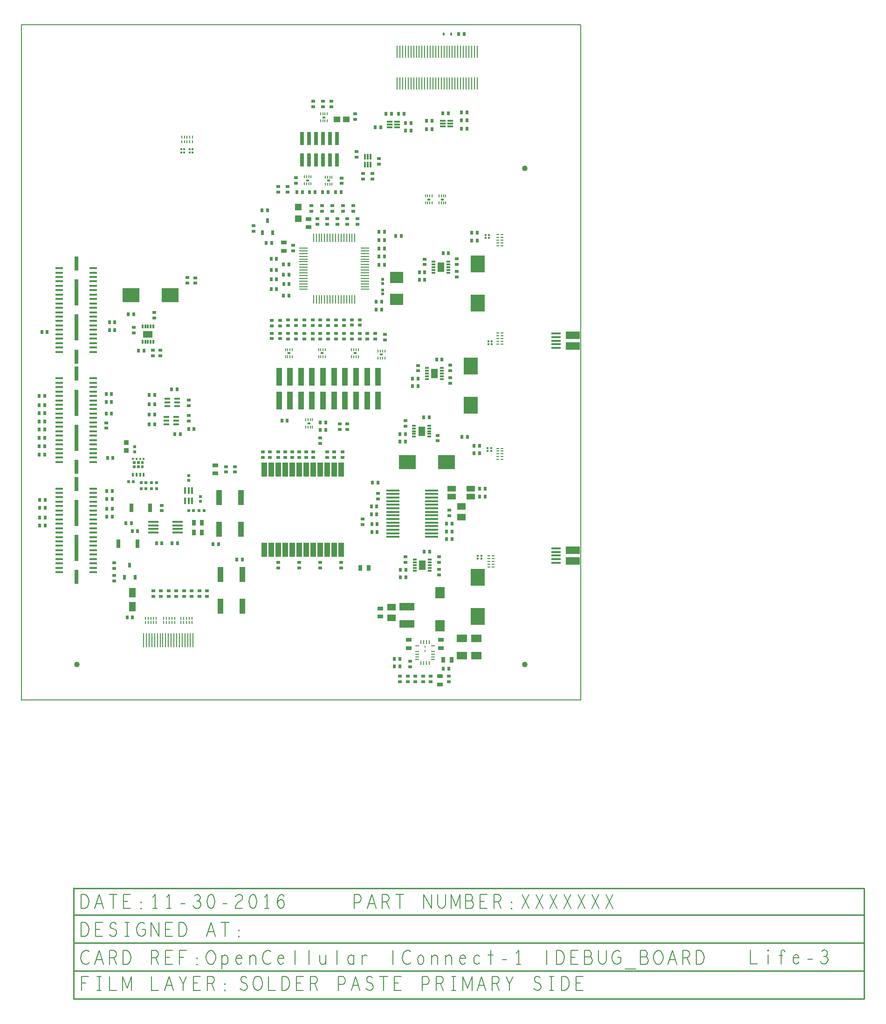
<source format=gbr>
G04 ================== begin FILE IDENTIFICATION RECORD ==================*
G04 Layout Name:  D:/shamshu/Dburg/final/OC_Connect-1_DEBUG_Life-3_final.brd*
G04 Film Name:    sppr.gbr*
G04 File Format:  Gerber RS274X*
G04 File Origin:  Cadence Allegro 16.6-2015-S060*
G04 Origin Date:  Thu Dec 01 02:08:26 2016*
G04 *
G04 Layer:  PACKAGE GEOMETRY/PASTEMASK_TOP*
G04 Layer:  PIN/PASTEMASK_TOP*
G04 Layer:  DRAWING FORMAT/SPPR*
G04 Layer:  DRAWING FORMAT/FILM_LABEL_OUTLINE*
G04 Layer:  BOARD GEOMETRY/OUTLINE*
G04 *
G04 Offset:    (0.000 0.000)*
G04 Mirror:    No*
G04 Mode:      Positive*
G04 Rotation:  0*
G04 FullContactRelief:  No*
G04 UndefLineWidth:     6.000*
G04 ================== end FILE IDENTIFICATION RECORD ====================*
%FSLAX25Y25*MOIN*%
%IR0*IPPOS*OFA0.00000B0.00000*MIA0B0*SFA1.00000B1.00000*%
%ADD17R,.025X.1*%
%ADD50R,.066929X.07874*%
%ADD58R,.010984X.089488*%
%ADD48R,.11X.055*%
%ADD63R,.068898X.015748*%
%ADD35R,.04016X.10315*%
%ADD18R,.025X.185*%
%ADD62R,.019X.008*%
%ADD24R,.008X.019*%
%ADD44R,.008661X.014173*%
%ADD39R,.009843X.061024*%
%ADD38R,.040157X.129921*%
%ADD40R,.061024X.009843*%
%ADD26R,.03937X.108268*%
%ADD45R,.008661X.015748*%
%ADD23R,.12X.1*%
%ADD60R,.1X.12*%
%ADD37R,.008661X.019685*%
%ADD47R,.027559X.009843*%
%ADD46R,.009843X.027559*%
%ADD14R,.03X.024*%
%ADD13R,.03X.06*%
%ADD33R,.012X.025*%
%ADD12R,.024X.03*%
%ADD52R,.025X.012*%
%ADD30R,.04X.015*%
%ADD29R,.017X.05*%
%ADD10R,.05X.07*%
%ADD57R,.039X.012*%
%ADD56R,.012X.039*%
%ADD31R,.043X.028*%
%ADD19R,.038X.032*%
%ADD28R,.028X.043*%
%ADD11C,.04*%
%ADD27R,.075X.015*%
%ADD49R,.059X.051*%
%ADD16R,.057X.018*%
%ADD61R,.075X.055*%
%ADD20R,.02X.02*%
%ADD53R,.095X.018*%
%ADD32R,.069X.048*%
%ADD51R,.048X.069*%
%ADD55R,.094X.079*%
%ADD34R,.011811X.011811*%
%ADD15R,.023622X.033465*%
%ADD36R,.019685X.011811*%
%ADD42R,.045276X.043307*%
%ADD41R,.047244X.047244*%
%ADD64R,.098425X.056102*%
%ADD21R,.016535X.017717*%
%ADD54R,.059055X.03937*%
%ADD22R,.016535X.027559*%
%ADD43R,.029134X.094488*%
%ADD25R,.011X.102*%
%ADD59R,.015748X.019685*%
%ADD65C,.01*%
%ADD66C,.006*%
G75*
%LPD*%
G75*
G36*
G01X79563Y170732D02*
Y168764D01*
X81532D01*
Y170732D01*
X79563D01*
G37*
G36*
G01X82516D02*
Y168764D01*
X84484D01*
Y170732D01*
X82516D01*
G37*
G36*
G01X79563Y167780D02*
Y165811D01*
X81532D01*
Y167780D01*
X79563D01*
G37*
G36*
G01X82516D02*
Y165811D01*
X84484D01*
Y167780D01*
X82516D01*
G37*
G36*
G01X85468Y170732D02*
Y168764D01*
X87437D01*
Y170732D01*
X85468D01*
G37*
G36*
G01Y167780D02*
Y165811D01*
X87437D01*
Y167780D01*
X85468D01*
G37*
G54D10*
X79418Y76800D03*
Y66800D03*
G54D20*
X80000Y156000D03*
X76500D03*
X81000Y177500D03*
Y181000D03*
X130500Y135500D03*
X127000D03*
X128000Y145500D03*
Y142000D03*
X123000Y135500D03*
X119500D03*
X93000Y155500D03*
X96500D03*
X85500D03*
X89000D03*
Y151000D03*
X85500D03*
X119500Y160500D03*
Y157000D03*
X96500Y151000D03*
X93000D03*
X258318Y290422D03*
Y293178D03*
Y300578D03*
Y297822D03*
G54D11*
X39718Y25300D03*
X360000D03*
Y380000D03*
G54D21*
X79661Y172504D03*
X82221D03*
X84780D03*
X87339D03*
G54D30*
X110718Y202300D03*
Y199740D03*
Y197180D03*
X103718D03*
Y199740D03*
Y202300D03*
X104218Y210200D03*
Y212760D03*
Y215320D03*
X111218D03*
Y212760D03*
Y210200D03*
G54D12*
X79387Y59000D03*
X75450D03*
X74532Y126500D03*
X78468D03*
X83087Y120800D03*
X79150D03*
X64919Y149238D03*
X60982D03*
X64919Y143638D03*
X60982D03*
X64919Y136639D03*
X60982D03*
X64919Y131039D03*
X60982D03*
X16982Y143189D03*
X13045D03*
X16982Y137489D03*
X13045D03*
X16982Y124690D03*
X13045D03*
X16982Y130390D03*
X13045D03*
X12545Y187475D03*
X16482D03*
X64419Y218550D03*
X60482D03*
X16482Y181475D03*
X12545D03*
X16482Y210575D03*
X12545D03*
X16482Y204875D03*
X12545D03*
X16482Y199075D03*
X12545D03*
X16482Y193275D03*
X12545D03*
X64419Y212950D03*
X60482D03*
Y204725D03*
X64419D03*
X16482Y217275D03*
X12545D03*
X16482Y175375D03*
X12545D03*
X61482Y172900D03*
X65419D03*
X66750Y270050D03*
X62813D03*
X66750Y264250D03*
X62813D03*
X83750Y249700D03*
X80287Y275800D03*
X76350D03*
X14450Y263053D03*
X18387D03*
X154032Y100500D03*
X157968D03*
X137032Y111500D03*
X140968D03*
X107681Y112000D03*
X111618D03*
X96450D03*
X100387D03*
X95187Y218000D03*
X91250D03*
X107250Y222000D03*
X111187D03*
X95187Y197000D03*
X91250D03*
X113487Y190000D03*
X109550D03*
X119450Y193829D03*
X123387D03*
X91250Y211500D03*
X95187D03*
X91250Y204000D03*
X95187D03*
X87687Y249700D03*
X213550Y193000D03*
X217487D03*
X213550Y198500D03*
X217487D03*
X186150Y199600D03*
X190087D03*
X191387Y297473D03*
X187450D03*
X182387Y293800D03*
X178450D03*
X191287Y289200D03*
X187350D03*
X174950Y326700D03*
X178887D03*
X182387Y315400D03*
X178450D03*
X182387Y300600D03*
X178450D03*
X172050Y350100D03*
X175987D03*
X191287Y304200D03*
X187350D03*
X182387Y307400D03*
X178450D03*
X191287Y311253D03*
X187350D03*
X206032Y363000D03*
X209968D03*
X224532D03*
X228468D03*
X219300D03*
X215363D03*
X200969D03*
X197032D03*
X301750Y22500D03*
X305687D03*
X270687Y29500D03*
X266750D03*
Y24000D03*
X270687D03*
X254087Y132800D03*
X250150D03*
X303950Y126000D03*
X254387Y125700D03*
X250450D03*
X303920Y120403D03*
X303901Y114877D03*
X254087Y138400D03*
X250150D03*
X271050Y87700D03*
X274987D03*
X271050Y93200D03*
X274987D03*
X288081Y106100D03*
X292018D03*
X254387Y120100D03*
X250450D03*
X254787Y155500D03*
X250850D03*
X270550Y190200D03*
X274487D03*
X270550Y184700D03*
X274487D03*
X287581Y202200D03*
X291518D03*
X296781Y243300D03*
X300718D03*
X279750Y224300D03*
X283687D03*
X279750Y229800D03*
X283687D03*
X253650Y284700D03*
X257587D03*
X257687Y278900D03*
X253750D03*
X301481Y319300D03*
X305418D03*
X284450Y300300D03*
X288387D03*
X284450Y305800D03*
X288387D03*
X255650Y334700D03*
X259587D03*
X267650Y331700D03*
X271587D03*
X255650Y328700D03*
X259587D03*
Y311121D03*
X255650D03*
X259587Y316900D03*
X255650D03*
X259587Y322800D03*
X255650D03*
X256969Y409500D03*
X253032D03*
X305181Y419500D03*
X301244D03*
X293468Y414000D03*
X289532D03*
X278468Y407000D03*
X274532D03*
Y412500D03*
X278468D03*
X293468Y408000D03*
X289532D03*
X269532Y419000D03*
X273468D03*
X264468D03*
X260532D03*
X307887Y126000D03*
X307857Y120403D03*
X307838Y114877D03*
X331675Y145428D03*
X327738D03*
X327684Y181827D03*
X323747D03*
X327684Y176227D03*
X323747D03*
X331675Y150928D03*
X327738D03*
X314850Y188200D03*
X318787D03*
X325984Y328500D03*
X322047D03*
X325984Y334000D03*
X322047D03*
X314532Y414500D03*
X318468D03*
X314532Y420000D03*
X318468D03*
X314532Y408500D03*
X318468D03*
X316506Y476100D03*
X312569D03*
G54D22*
X79661Y160988D03*
X82221D03*
X84780D03*
X87339D03*
G54D31*
X138468Y167853D03*
Y161947D03*
X205118Y343853D03*
Y337947D03*
X187718Y321111D03*
Y327017D03*
X299218Y11047D03*
Y16953D03*
X256718Y65453D03*
Y59547D03*
X276918Y37008D03*
Y42914D03*
X300002Y37008D03*
Y42914D03*
G54D13*
X78625Y137300D03*
X69425Y111800D03*
X82811D03*
X92011Y137300D03*
G54D40*
X201571Y293536D03*
Y295505D03*
Y297473D03*
Y299442D03*
Y301410D03*
Y303379D03*
Y305347D03*
Y307316D03*
Y309284D03*
Y311253D03*
Y313221D03*
Y315190D03*
Y317158D03*
Y319127D03*
Y321095D03*
Y323064D03*
X245665Y295505D03*
Y293536D03*
Y323064D03*
Y321095D03*
Y319127D03*
Y317158D03*
Y315190D03*
Y313221D03*
Y311253D03*
Y309284D03*
Y307316D03*
Y305347D03*
Y303379D03*
Y301410D03*
Y299442D03*
Y297473D03*
G54D41*
X197818Y352234D03*
Y343966D03*
G54D32*
X90418Y261500D03*
G54D14*
X66118Y94032D03*
Y97968D03*
Y88968D03*
Y85032D03*
X60500Y198168D03*
Y194232D03*
X80418Y262532D03*
Y266468D03*
X132618Y74032D03*
X94118D03*
X99618D03*
X116118D03*
X121618D03*
X105118D03*
X110618D03*
X127118D03*
X100118Y139168D03*
Y135232D03*
X132618Y77968D03*
X94118D03*
X99618D03*
X116118D03*
X121618D03*
X105118D03*
X110618D03*
X127118D03*
X119718Y203468D03*
Y199532D03*
Y210532D03*
Y214468D03*
X152618Y166868D03*
Y162932D03*
X146118Y166868D03*
Y162932D03*
X94918Y273032D03*
Y276968D03*
X99418Y246132D03*
Y250068D03*
X93918Y246132D03*
Y250068D03*
X118518Y301968D03*
Y298032D03*
X124318Y301868D03*
Y297932D03*
X183718Y98468D03*
Y94532D03*
X198718Y98468D03*
Y94532D03*
X213718Y98468D03*
Y94532D03*
X228718Y98468D03*
Y94532D03*
X227518Y193532D03*
Y197468D03*
X233018D03*
Y193532D03*
X223718Y177468D03*
Y173532D03*
X218718Y177468D03*
Y173532D03*
X193718Y177468D03*
Y173532D03*
X188718Y177468D03*
Y173532D03*
X208718D03*
Y177468D03*
X203718Y173532D03*
Y177468D03*
X172718Y173532D03*
Y177468D03*
X177718Y173532D03*
Y177468D03*
X229718D03*
Y173532D03*
X183718Y177468D03*
Y173532D03*
X198718Y177468D03*
Y173532D03*
X213718Y187268D03*
Y183332D03*
X230718Y271768D03*
Y267832D03*
X190718Y271568D03*
Y267632D03*
X179018Y271468D03*
Y267532D03*
X202218Y271568D03*
Y267632D03*
X219218Y258132D03*
Y262068D03*
Y271668D03*
Y267732D03*
X230718Y262068D03*
Y258132D03*
X190718D03*
Y262068D03*
X184892Y258232D03*
Y262168D03*
X208118Y258132D03*
Y262068D03*
X213518Y258132D03*
Y262068D03*
X224918Y258132D03*
Y262068D03*
X179018Y258232D03*
Y262168D03*
X196318Y258132D03*
Y262068D03*
X202218Y258132D03*
Y262068D03*
X196318Y267632D03*
Y271568D03*
X185018Y267532D03*
Y271468D03*
X208118Y267632D03*
Y271568D03*
X213518Y267632D03*
Y271568D03*
X224918Y267732D03*
Y271668D03*
X165918Y335032D03*
Y338968D03*
X222418Y349332D03*
Y353268D03*
X225918Y340032D03*
Y343968D03*
X207418Y349332D03*
Y353268D03*
X211718Y340032D03*
Y343968D03*
X214918Y349332D03*
Y353268D03*
X233018Y343968D03*
Y340032D03*
X229918Y353268D03*
Y349332D03*
X218697Y340032D03*
Y343968D03*
X228800Y369232D03*
X196200Y369532D03*
X183769Y366968D03*
Y363032D03*
X190269Y366968D03*
Y363032D03*
X194218Y321095D03*
Y325032D03*
X228800Y373168D03*
X196200Y373468D03*
X215457Y427969D03*
Y424032D03*
X221744Y427969D03*
Y424032D03*
X208744Y427969D03*
Y424032D03*
X281718Y13032D03*
Y16968D03*
X276218D03*
Y13032D03*
X270718D03*
Y16968D03*
X287218Y13032D03*
Y16968D03*
X305718Y13032D03*
Y16968D03*
X292718D03*
Y13032D03*
X277918Y27668D03*
Y23732D03*
X244018Y129368D03*
Y125432D03*
X298518Y93368D03*
Y89432D03*
X254818Y143632D03*
Y147568D03*
X306018Y131832D03*
Y135768D03*
X298518Y98332D03*
Y102268D03*
X274718Y98432D03*
Y102368D03*
X297518Y189168D03*
Y185232D03*
X274518Y195732D03*
Y199668D03*
X241918Y258132D03*
Y262068D03*
X306718Y230268D03*
Y226332D03*
X236418Y262068D03*
Y258132D03*
X247418Y262068D03*
Y258132D03*
X252918Y262068D03*
Y258132D03*
X259918Y261469D03*
Y257532D03*
X236437Y267882D03*
Y271818D03*
X241937Y267882D03*
Y271818D03*
X283718Y235232D03*
Y239168D03*
X306718Y235332D03*
Y239269D03*
X240118Y343968D03*
Y340032D03*
X237418Y353268D03*
Y349332D03*
X288418Y311232D03*
Y315168D03*
X239500Y388032D03*
Y391968D03*
X251000Y376468D03*
Y372532D03*
X244300Y376368D03*
Y372432D03*
X255500Y383032D03*
Y386968D03*
X238600Y419068D03*
Y415131D03*
X311418Y306268D03*
Y302332D03*
Y311332D03*
Y315268D03*
G54D23*
X78418Y289500D03*
X106418D03*
X303818Y170200D03*
X275818D03*
G54D50*
X299218Y76811D03*
Y53189D03*
G54D42*
X225453Y415100D03*
X232147D03*
G54D15*
X73678Y87565D03*
X81158D03*
X77418Y96226D03*
X172278Y334165D03*
X179758D03*
X176018Y342826D03*
G54D51*
X286618Y96400D03*
X286118Y192200D03*
X295318Y233300D03*
X300018Y309300D03*
G54D33*
X86480Y266900D03*
X88449D03*
X90418D03*
X92387D03*
X94356D03*
Y256100D03*
X92387D03*
X90418D03*
X88449D03*
X86480D03*
G54D60*
X326318Y59700D03*
Y87700D03*
X321318Y210700D03*
Y238700D03*
X326118Y283800D03*
Y311800D03*
G54D24*
X121855Y58426D03*
X119887D03*
X117918D03*
X115949D03*
X113981D03*
Y55374D03*
X115949D03*
X117918D03*
X119887D03*
X121855D03*
X88509D03*
X90477D03*
X92446D03*
X94415D03*
X96383D03*
Y58426D03*
X94415D03*
X92446D03*
X90477D03*
X88509D03*
X101745Y55374D03*
X103713D03*
X105682D03*
X107651D03*
X109619D03*
Y58426D03*
X107651D03*
X105682D03*
X103713D03*
X101745D03*
X122355Y402203D03*
X120387D03*
X118418D03*
X116449D03*
X114481D03*
Y399151D03*
X116449D03*
X118418D03*
X120387D03*
X122355D03*
G54D25*
X87302Y42559D03*
X89270D03*
X91239D03*
X93207D03*
X95176D03*
X97144D03*
X99113D03*
X101081D03*
X103050D03*
X105018D03*
X106987D03*
X108955D03*
X110924D03*
X112892D03*
X114861D03*
X116829D03*
X118798D03*
X120766D03*
X122735D03*
G54D43*
X225457Y386156D03*
Y401510D03*
X220457Y386156D03*
X215457D03*
X210457D03*
X205457D03*
X200457D03*
X220457Y401510D03*
X215457D03*
X210457D03*
X205457D03*
X200457D03*
G54D34*
X122402Y393858D03*
Y391496D03*
X120434Y393858D03*
Y391496D03*
X116402Y393858D03*
Y391496D03*
X114434Y393858D03*
Y391496D03*
X328799Y100916D03*
X326437D03*
X328799Y102884D03*
X326437D03*
X335797Y177926D03*
X333435D03*
X335797Y179894D03*
X333435D03*
X336397Y254516D03*
X334035D03*
X336397Y256484D03*
X334035D03*
X334297Y330442D03*
X331935D03*
X334297Y332411D03*
X331935D03*
G54D61*
X325318Y31798D03*
Y44002D03*
X314818Y31698D03*
Y43902D03*
G54D16*
X51368Y94475D03*
Y97625D03*
Y100775D03*
Y103925D03*
X27068D03*
Y100775D03*
Y97625D03*
Y94475D03*
Y91325D03*
X51368D03*
X27068Y107075D03*
X51368D03*
Y116525D03*
Y110225D03*
Y113375D03*
X27068Y135425D03*
Y132275D03*
Y129125D03*
Y125975D03*
Y122825D03*
Y119675D03*
X51368D03*
Y122825D03*
Y125975D03*
Y129125D03*
Y132275D03*
Y135425D03*
X27068Y116525D03*
Y113375D03*
Y110225D03*
Y148025D03*
Y144875D03*
Y141725D03*
Y138575D03*
X51368D03*
Y141725D03*
Y144875D03*
Y148025D03*
X27068Y151175D03*
X51368D03*
Y195275D03*
Y192125D03*
Y188975D03*
Y185825D03*
Y182675D03*
Y179525D03*
Y176375D03*
Y173225D03*
Y170075D03*
X27068D03*
Y173225D03*
Y176375D03*
Y179525D03*
Y182675D03*
Y185825D03*
Y188975D03*
Y192125D03*
Y195275D03*
X51368Y220475D03*
Y217325D03*
Y214175D03*
Y211025D03*
Y207875D03*
Y204725D03*
Y201575D03*
Y198425D03*
X27068D03*
Y201575D03*
Y204725D03*
Y207875D03*
Y211025D03*
Y214175D03*
Y217325D03*
Y220475D03*
X51368Y226775D03*
Y223625D03*
X27068D03*
Y226775D03*
X51368Y229925D03*
X27068D03*
Y274025D03*
Y270875D03*
Y267725D03*
Y264575D03*
Y261425D03*
Y258275D03*
Y255125D03*
Y251975D03*
Y248825D03*
Y296075D03*
Y292925D03*
Y289775D03*
Y286625D03*
Y283475D03*
Y280325D03*
Y277175D03*
X51368Y248825D03*
Y251975D03*
Y255125D03*
Y258275D03*
Y261425D03*
Y264575D03*
Y267725D03*
Y270875D03*
Y274025D03*
Y277175D03*
Y280325D03*
Y283475D03*
Y286625D03*
Y289775D03*
Y292925D03*
Y296075D03*
X27068Y305525D03*
Y302375D03*
Y299225D03*
Y308675D03*
X51368Y299225D03*
Y302375D03*
Y305525D03*
Y308675D03*
G54D52*
X292018Y100338D03*
Y98369D03*
Y96400D03*
Y94431D03*
Y92462D03*
X281218D03*
Y94431D03*
Y96400D03*
Y98369D03*
Y100338D03*
X291518Y196138D03*
Y194169D03*
Y192200D03*
Y190231D03*
Y188262D03*
X280718D03*
Y190231D03*
Y192200D03*
Y194169D03*
Y196138D03*
X300718Y237238D03*
Y235269D03*
Y233300D03*
Y231331D03*
Y229362D03*
X289918D03*
Y231331D03*
Y233300D03*
Y235269D03*
Y237238D03*
X305418Y313238D03*
Y311269D03*
Y309300D03*
Y307331D03*
Y305362D03*
X294618D03*
Y307331D03*
Y309300D03*
Y311269D03*
Y313238D03*
G54D53*
X265639Y147275D03*
Y144716D03*
Y142157D03*
Y139598D03*
Y137039D03*
Y134480D03*
Y131920D03*
Y129361D03*
Y126802D03*
Y124243D03*
Y121684D03*
Y119125D03*
Y116566D03*
X293198D03*
Y119125D03*
Y121684D03*
Y124243D03*
Y126802D03*
Y129361D03*
Y131920D03*
Y134480D03*
Y137039D03*
Y139598D03*
Y142157D03*
Y144716D03*
Y147275D03*
X265639Y149834D03*
X293198D03*
G54D26*
X157874Y67181D03*
X142126D03*
X141126Y122181D03*
Y144819D03*
X156874Y122181D03*
Y144819D03*
X157874Y89819D03*
X142126D03*
G54D44*
X288618Y35001D03*
G54D62*
X334192Y102937D03*
Y100969D03*
Y99000D03*
Y97031D03*
Y95063D03*
X337244D03*
Y97031D03*
Y99000D03*
Y100969D03*
Y102937D03*
X340490Y179864D03*
Y177896D03*
Y175926D03*
Y173958D03*
Y171990D03*
X343542D03*
Y173958D03*
Y175926D03*
Y177896D03*
Y179864D03*
Y254463D03*
Y256431D03*
Y258400D03*
Y260369D03*
Y262337D03*
X340490D03*
Y260369D03*
Y258400D03*
Y256431D03*
Y254463D03*
Y332564D03*
Y330596D03*
Y328626D03*
Y326658D03*
Y324690D03*
X343542D03*
Y326658D03*
Y328626D03*
Y330596D03*
Y332564D03*
G54D35*
X228718Y107400D03*
X223718D03*
X218718D03*
X213718D03*
X208718D03*
X203718D03*
X198718D03*
X193718D03*
X188718D03*
X183718D03*
X178718D03*
X173718D03*
Y164600D03*
X178718D03*
X183718D03*
X188718D03*
X193718D03*
X198718D03*
X203718D03*
X208718D03*
X213718D03*
X218718D03*
X223718D03*
X228718D03*
G54D17*
X39218Y88000D03*
Y154500D03*
Y166750D03*
Y233250D03*
Y245500D03*
Y312000D03*
G54D54*
X307494Y145425D03*
Y150925D03*
X321294Y145425D03*
Y150925D03*
G54D36*
X205718Y197700D03*
X214827Y247900D03*
X191205D03*
X219669Y371250D03*
X204669Y371500D03*
X216244Y416500D03*
X238449Y247900D03*
X257418Y247000D03*
X301018Y357800D03*
X291218D03*
G54D27*
X94118Y119700D03*
Y122260D03*
Y124820D03*
Y127380D03*
X111618D03*
Y124820D03*
Y122260D03*
Y119700D03*
G54D45*
X288618Y38032D03*
G54D18*
X39218Y108750D03*
Y133750D03*
Y187500D03*
Y212500D03*
Y266250D03*
Y291250D03*
G54D63*
X382227Y108321D03*
Y105762D03*
Y98085D03*
Y100644D03*
Y103203D03*
Y261921D03*
Y259362D03*
Y251685D03*
Y254244D03*
Y256803D03*
G54D64*
X394136Y106993D03*
Y99414D03*
Y260593D03*
Y253014D03*
G54D55*
X268318Y286226D03*
Y301974D03*
G54D28*
X123165Y119800D03*
X129071D03*
X123165Y126800D03*
X129071D03*
X301765Y28700D03*
X242265Y94500D03*
X248171D03*
X307671Y28700D03*
G54D19*
X75000Y178500D03*
Y184100D03*
G54D46*
X285665Y26320D03*
Y41280D03*
X287634Y26320D03*
Y41280D03*
X289602Y26320D03*
Y41280D03*
X291571Y26320D03*
Y41280D03*
G54D37*
X203356Y195180D03*
Y200220D03*
X204931Y195180D03*
Y200220D03*
X206506Y195180D03*
Y200220D03*
X208080Y195180D03*
Y200220D03*
X212465Y245380D03*
Y250420D03*
X214039Y245380D03*
Y250420D03*
X215614Y245380D03*
Y250420D03*
X217189Y245380D03*
Y250420D03*
X188842Y245380D03*
Y250420D03*
X190417Y245380D03*
Y250420D03*
X191992Y245380D03*
Y250420D03*
X193567Y245380D03*
Y250420D03*
X217307Y368730D03*
X218882D03*
X220457D03*
X222031D03*
X202307Y368980D03*
X203882D03*
X205457D03*
X207031D03*
X217307Y373769D03*
X218882D03*
X220457D03*
X222031D03*
X202307Y374020D03*
X203882D03*
X205457D03*
X207031D03*
X218606Y419020D03*
Y413980D03*
X217031Y419020D03*
Y413980D03*
X215457Y419020D03*
Y413980D03*
X213882Y419020D03*
Y413980D03*
X236087Y245380D03*
Y250420D03*
X237661Y245380D03*
Y250420D03*
X239236Y245380D03*
Y250420D03*
X240811Y245380D03*
Y250420D03*
X259780Y249520D03*
Y244480D03*
X258206Y249520D03*
Y244480D03*
X256631Y249520D03*
Y244480D03*
X255056Y249520D03*
Y244480D03*
X298656Y355280D03*
Y360320D03*
X300231Y355280D03*
Y360320D03*
X301806Y355280D03*
Y360320D03*
X303380Y355280D03*
Y360320D03*
X288856Y355280D03*
Y360320D03*
X290431Y355280D03*
Y360320D03*
X292006Y355280D03*
Y360320D03*
X293580Y355280D03*
Y360320D03*
G54D65*
G01X37218Y-193700D02*
X602518D01*
G01X37218Y-213700D02*
X602718D01*
Y-134771D01*
G01X37218Y-173700D02*
X602718D01*
G01X37218Y-153700D02*
X602618D01*
G01X37218Y-134300D02*
Y-213700D01*
G01Y-134500D02*
X602718D01*
G54D56*
X249468Y388256D03*
X247500D03*
X245532D03*
Y382744D03*
X247500D03*
X249468D03*
G54D29*
X119500Y149750D03*
X116950D03*
X122050D03*
Y142250D03*
X119500D03*
X116950D03*
G54D47*
X283106Y28879D03*
Y30847D03*
Y32816D03*
Y34784D03*
Y38721D03*
X294130Y28879D03*
Y30847D03*
Y32816D03*
Y34784D03*
Y38721D03*
G54D38*
X231362Y214100D03*
X223488D03*
X215614D03*
X207740D03*
X199866D03*
X191992D03*
X184118D03*
X231362Y230911D03*
X223488D03*
X215614D03*
X207740D03*
X199866D03*
X191992D03*
X184118D03*
X254984Y214100D03*
X247110D03*
X239236D03*
X254984Y230911D03*
X247110D03*
X239236D03*
G54D66*
G01X0Y0D02*
X400000D01*
Y482677D01*
X0D01*
Y0D01*
G01X42718Y-149000D02*
Y-139000D01*
X45218D01*
X46218Y-139500D01*
X46968Y-140167D01*
X47593Y-141166D01*
X48093Y-142334D01*
X48218Y-144000D01*
X48093Y-145667D01*
X47593Y-146834D01*
X46968Y-147834D01*
X46218Y-148500D01*
X45218Y-149000D01*
X42718D01*
G01X52343D02*
X55468Y-139000D01*
X58593Y-149000D01*
G01X57468Y-145500D02*
X53468D01*
G01X65468Y-139000D02*
Y-149000D01*
G01X62593Y-139000D02*
X68343D01*
G01X77968Y-149000D02*
X72968D01*
Y-139000D01*
X77968D01*
G01X75968Y-143833D02*
X72968D01*
G01X85468Y-149333D02*
X85218Y-149167D01*
Y-148833D01*
X85468Y-148667D01*
X85718Y-148833D01*
Y-149167D01*
X85468Y-149333D01*
G01Y-144834D02*
X85218Y-144667D01*
Y-144333D01*
X85468Y-144167D01*
X85718Y-144333D01*
Y-144667D01*
X85468Y-144834D01*
G01X95468Y-149000D02*
Y-139000D01*
X93968Y-141000D01*
G01Y-149000D02*
X96968D01*
G01X105468D02*
Y-139000D01*
X103968Y-141000D01*
G01Y-149000D02*
X106968D01*
G01X113843Y-145667D02*
X117093D01*
G01X122718Y-147000D02*
X123468Y-148167D01*
X124468Y-148833D01*
X125593Y-149000D01*
X126593Y-148833D01*
X127593Y-148000D01*
X128218Y-147000D01*
X128343Y-146000D01*
X128093Y-144834D01*
X127218Y-144000D01*
X126343Y-143667D01*
X125218D01*
G01X126343D02*
X127093Y-143167D01*
X127718Y-142334D01*
X127968Y-141333D01*
X127718Y-140333D01*
X127093Y-139500D01*
X125968Y-139000D01*
X124843Y-139167D01*
X123718Y-139834D01*
G01X135468Y-139000D02*
X134468Y-139333D01*
X133718Y-140167D01*
X133218Y-141166D01*
X132843Y-142500D01*
X132718Y-144000D01*
X132843Y-145500D01*
X133218Y-146834D01*
X133718Y-147834D01*
X134468Y-148667D01*
X135468Y-149000D01*
X136468Y-148667D01*
X137218Y-147834D01*
X137718Y-146834D01*
X138093Y-145500D01*
X138218Y-144000D01*
X138093Y-142500D01*
X137718Y-141166D01*
X137218Y-140167D01*
X136468Y-139333D01*
X135468Y-139000D01*
G01X143843Y-145667D02*
X147093D01*
G01X153093Y-140667D02*
X153843Y-139667D01*
X154718Y-139167D01*
X155718Y-139000D01*
X156968Y-139333D01*
X157843Y-140167D01*
X158093Y-141166D01*
X157968Y-142167D01*
X157468Y-143000D01*
X154968Y-144667D01*
X153843Y-145833D01*
X153093Y-147500D01*
X152843Y-149000D01*
X158093D01*
G01X165468Y-139000D02*
X164468Y-139333D01*
X163718Y-140167D01*
X163218Y-141166D01*
X162843Y-142500D01*
X162718Y-144000D01*
X162843Y-145500D01*
X163218Y-146834D01*
X163718Y-147834D01*
X164468Y-148667D01*
X165468Y-149000D01*
X166468Y-148667D01*
X167218Y-147834D01*
X167718Y-146834D01*
X168093Y-145500D01*
X168218Y-144000D01*
X168093Y-142500D01*
X167718Y-141166D01*
X167218Y-140167D01*
X166468Y-139333D01*
X165468Y-139000D01*
G01X175468Y-149000D02*
Y-139000D01*
X173968Y-141000D01*
G01Y-149000D02*
X176968D01*
G01X183093Y-144834D02*
X183968Y-143667D01*
X184718Y-143000D01*
X185718Y-142667D01*
X186593Y-143000D01*
X187218Y-143667D01*
X187718Y-144667D01*
X187843Y-145833D01*
X187718Y-146834D01*
X187218Y-147834D01*
X186468Y-148667D01*
X185593Y-149000D01*
X184593Y-148667D01*
X183718Y-147667D01*
X183218Y-146167D01*
X183093Y-144500D01*
X183343Y-142334D01*
X183718Y-141166D01*
X184343Y-140000D01*
X185218Y-139167D01*
X186093Y-139000D01*
X186968Y-139333D01*
X187593Y-140167D01*
G01X42718Y-169000D02*
Y-159000D01*
X45218D01*
X46218Y-159500D01*
X46968Y-160167D01*
X47593Y-161166D01*
X48093Y-162334D01*
X48218Y-164000D01*
X48093Y-165667D01*
X47593Y-166834D01*
X46968Y-167834D01*
X46218Y-168500D01*
X45218Y-169000D01*
X42718D01*
G01X57968D02*
X52968D01*
Y-159000D01*
X57968D01*
G01X55968Y-163833D02*
X52968D01*
G01X62843Y-167667D02*
X63843Y-168500D01*
X64968Y-169000D01*
X65968D01*
X66968Y-168500D01*
X67718Y-167667D01*
X68093Y-166500D01*
X67843Y-165334D01*
X67218Y-164333D01*
X66093Y-163667D01*
X64593Y-163333D01*
X63718Y-162667D01*
X63343Y-161500D01*
X63593Y-160333D01*
X64218Y-159500D01*
X65093Y-159000D01*
X65968D01*
X66843Y-159333D01*
X67593Y-160167D01*
G01X73968Y-159000D02*
X76968D01*
G01X75468D02*
Y-169000D01*
G01X73968D02*
X76968D01*
G01X86218Y-164000D02*
X88718D01*
Y-167000D01*
X87968Y-168000D01*
X87093Y-168667D01*
X85843Y-169000D01*
X84593Y-168667D01*
X83718Y-168000D01*
X82968Y-167000D01*
X82468Y-165833D01*
X82218Y-164500D01*
Y-163333D01*
X82468Y-162334D01*
X82968Y-161166D01*
X83718Y-160167D01*
X84468Y-159500D01*
X85468Y-159000D01*
X86343D01*
X87343Y-159333D01*
X88093Y-160000D01*
G01X92593Y-169000D02*
Y-159000D01*
X98343Y-169000D01*
Y-159000D01*
G01X107968Y-169000D02*
X102968D01*
Y-159000D01*
X107968D01*
G01X105968Y-163833D02*
X102968D01*
G01X112718Y-169000D02*
Y-159000D01*
X115218D01*
X116218Y-159500D01*
X116968Y-160167D01*
X117593Y-161166D01*
X118093Y-162334D01*
X118218Y-164000D01*
X118093Y-165667D01*
X117593Y-166834D01*
X116968Y-167834D01*
X116218Y-168500D01*
X115218Y-169000D01*
X112718D01*
G01X132343D02*
X135468Y-159000D01*
X138593Y-169000D01*
G01X137468Y-165500D02*
X133468D01*
G01X145468Y-159000D02*
Y-169000D01*
G01X142593Y-159000D02*
X148343D01*
G01X155468Y-169333D02*
X155218Y-169167D01*
Y-168833D01*
X155468Y-168667D01*
X155718Y-168833D01*
Y-169167D01*
X155468Y-169333D01*
G01Y-164834D02*
X155218Y-164667D01*
Y-164333D01*
X155468Y-164167D01*
X155718Y-164333D01*
Y-164667D01*
X155468Y-164834D01*
G01X43093Y-207500D02*
Y-197500D01*
X47843D01*
G01X46093Y-202333D02*
X43093D01*
G01X53968Y-197500D02*
X56968D01*
G01X55468D02*
Y-207500D01*
G01X53968D02*
X56968D01*
G01X62968Y-197500D02*
Y-207500D01*
X67968D01*
G01X72218D02*
Y-197500D01*
X75468Y-205833D01*
X78718Y-197500D01*
Y-207500D01*
G01X92968Y-197500D02*
Y-207500D01*
X97968D01*
G01X102343D02*
X105468Y-197500D01*
X108593Y-207500D01*
G01X107468Y-204000D02*
X103468D01*
G01X115468Y-207500D02*
Y-203000D01*
X112968Y-197500D01*
G01X117968D02*
X115468Y-203000D01*
G01X127968Y-207500D02*
X122968D01*
Y-197500D01*
X127968D01*
G01X125968Y-202333D02*
X122968D01*
G01X132968Y-207500D02*
Y-197500D01*
X136093D01*
X137093Y-198000D01*
X137718Y-198667D01*
X137968Y-200000D01*
X137718Y-201333D01*
X136968Y-202167D01*
X136093Y-202667D01*
X132968D01*
G01X136093D02*
X137968Y-207500D01*
G01X145468Y-207833D02*
X145218Y-207667D01*
Y-207333D01*
X145468Y-207167D01*
X145718Y-207333D01*
Y-207667D01*
X145468Y-207833D01*
G01Y-203334D02*
X145218Y-203167D01*
Y-202833D01*
X145468Y-202667D01*
X145718Y-202833D01*
Y-203167D01*
X145468Y-203334D01*
G01X48218Y-179834D02*
X47468Y-179333D01*
X46593Y-179000D01*
X45593D01*
X44468Y-179500D01*
X43593Y-180333D01*
X42968Y-181333D01*
X42468Y-183000D01*
X42343Y-184500D01*
X42593Y-186000D01*
X42968Y-187000D01*
X43718Y-188000D01*
X44593Y-188667D01*
X45468Y-189000D01*
X46343D01*
X47218Y-188667D01*
X47968Y-188167D01*
X48593Y-187500D01*
G01X52343Y-189000D02*
X55468Y-179000D01*
X58593Y-189000D01*
G01X57468Y-185500D02*
X53468D01*
G01X62968Y-189000D02*
Y-179000D01*
X66093D01*
X67093Y-179500D01*
X67718Y-180167D01*
X67968Y-181500D01*
X67718Y-182833D01*
X66968Y-183667D01*
X66093Y-184167D01*
X62968D01*
G01X66093D02*
X67968Y-189000D01*
G01X72718D02*
Y-179000D01*
X75218D01*
X76218Y-179500D01*
X76968Y-180167D01*
X77593Y-181166D01*
X78093Y-182334D01*
X78218Y-184000D01*
X78093Y-185667D01*
X77593Y-186834D01*
X76968Y-187834D01*
X76218Y-188500D01*
X75218Y-189000D01*
X72718D01*
G01X92968D02*
Y-179000D01*
X96093D01*
X97093Y-179500D01*
X97718Y-180167D01*
X97968Y-181500D01*
X97718Y-182833D01*
X96968Y-183667D01*
X96093Y-184167D01*
X92968D01*
G01X96093D02*
X97968Y-189000D01*
G01X107968D02*
X102968D01*
Y-179000D01*
X107968D01*
G01X105968Y-183833D02*
X102968D01*
G01X113093Y-189000D02*
Y-179000D01*
X117843D01*
G01X116093Y-183833D02*
X113093D01*
G01X125468Y-189333D02*
X125218Y-189167D01*
Y-188833D01*
X125468Y-188667D01*
X125718Y-188833D01*
Y-189167D01*
X125468Y-189333D01*
G01Y-184834D02*
X125218Y-184667D01*
Y-184333D01*
X125468Y-184167D01*
X125718Y-184333D01*
Y-184667D01*
X125468Y-184834D01*
G01X135468Y-189000D02*
X134468Y-188833D01*
X133593Y-188167D01*
X132843Y-187167D01*
X132343Y-186000D01*
X132093Y-184667D01*
Y-183333D01*
X132343Y-182000D01*
X132843Y-180833D01*
X133593Y-179834D01*
X134468Y-179167D01*
X135468Y-179000D01*
X136468Y-179167D01*
X137343Y-179834D01*
X138093Y-180833D01*
X138593Y-182000D01*
X138843Y-183333D01*
Y-184667D01*
X138593Y-186000D01*
X138093Y-187167D01*
X137343Y-188167D01*
X136468Y-188833D01*
X135468Y-189000D01*
G01X143218Y-192333D02*
Y-182334D01*
G01Y-183833D02*
X143843Y-183000D01*
X144468Y-182500D01*
X145468Y-182334D01*
X146343Y-182500D01*
X147218Y-183333D01*
X147593Y-184500D01*
X147718Y-185667D01*
X147593Y-186834D01*
X147218Y-188000D01*
X146468Y-188667D01*
X145468Y-189000D01*
X144593Y-188833D01*
X143718Y-188334D01*
X143218Y-187667D01*
G01X153593Y-184500D02*
X157593D01*
X157218Y-183333D01*
X156593Y-182667D01*
X155718Y-182334D01*
X154843Y-182500D01*
X154093Y-183000D01*
X153593Y-184167D01*
X153343Y-185167D01*
Y-186167D01*
X153593Y-187167D01*
X154218Y-188167D01*
X154968Y-188833D01*
X155843Y-189000D01*
X156718Y-188667D01*
X157593Y-187667D01*
G01X163343Y-189000D02*
Y-182334D01*
G01Y-184000D02*
X163843Y-183167D01*
X164593Y-182500D01*
X165593Y-182334D01*
X166468Y-182500D01*
X167218Y-183167D01*
X167593Y-184333D01*
Y-189000D01*
G01X178218Y-179834D02*
X177468Y-179333D01*
X176593Y-179000D01*
X175593D01*
X174468Y-179500D01*
X173593Y-180333D01*
X172968Y-181333D01*
X172468Y-183000D01*
X172343Y-184500D01*
X172593Y-186000D01*
X172968Y-187000D01*
X173718Y-188000D01*
X174593Y-188667D01*
X175468Y-189000D01*
X176343D01*
X177218Y-188667D01*
X177968Y-188167D01*
X178593Y-187500D01*
G01X183593Y-184500D02*
X187593D01*
X187218Y-183333D01*
X186593Y-182667D01*
X185718Y-182334D01*
X184843Y-182500D01*
X184093Y-183000D01*
X183593Y-184167D01*
X183343Y-185167D01*
Y-186167D01*
X183593Y-187167D01*
X184218Y-188167D01*
X184968Y-188833D01*
X185843Y-189000D01*
X186718Y-188667D01*
X187593Y-187667D01*
G01X195468Y-189000D02*
Y-179000D01*
G01X205468Y-189000D02*
Y-179000D01*
G01X213343Y-182334D02*
Y-187000D01*
X213843Y-188167D01*
X214593Y-188833D01*
X215468Y-189000D01*
X216343Y-188833D01*
X217093Y-188167D01*
X217593Y-187000D01*
G01Y-189000D02*
Y-182334D01*
G01X225468Y-189000D02*
Y-179000D01*
G01X237718Y-189000D02*
Y-182334D01*
G01Y-183500D02*
X237218Y-182833D01*
X236468Y-182500D01*
X235593Y-182334D01*
X234718Y-182667D01*
X233968Y-183333D01*
X233468Y-184333D01*
X233218Y-185667D01*
X233468Y-187000D01*
X233968Y-188000D01*
X234718Y-188667D01*
X235593Y-189000D01*
X236468Y-188833D01*
X237218Y-188334D01*
X237718Y-187667D01*
G01X243718Y-189000D02*
Y-182334D01*
G01Y-183667D02*
X244343Y-183000D01*
X244968Y-182500D01*
X245843Y-182334D01*
X246468Y-182500D01*
X247218Y-183000D01*
G01X265468Y-189000D02*
Y-179000D01*
G01X278218Y-179834D02*
X277468Y-179333D01*
X276593Y-179000D01*
X275593D01*
X274468Y-179500D01*
X273593Y-180333D01*
X272968Y-181333D01*
X272468Y-183000D01*
X272343Y-184500D01*
X272593Y-186000D01*
X272968Y-187000D01*
X273718Y-188000D01*
X274593Y-188667D01*
X275468Y-189000D01*
X276343D01*
X277218Y-188667D01*
X277968Y-188167D01*
X278593Y-187500D01*
G01X285468Y-189000D02*
X284718Y-188833D01*
X283968Y-188167D01*
X283468Y-187000D01*
X283218Y-185667D01*
X283468Y-184333D01*
X283968Y-183167D01*
X284718Y-182500D01*
X285468Y-182334D01*
X286218Y-182500D01*
X286968Y-183167D01*
X287468Y-184333D01*
X287593Y-185667D01*
X287468Y-187000D01*
X286968Y-188167D01*
X286218Y-188833D01*
X285468Y-189000D01*
G01X293343D02*
Y-182334D01*
G01Y-184000D02*
X293843Y-183167D01*
X294593Y-182500D01*
X295593Y-182334D01*
X296468Y-182500D01*
X297218Y-183167D01*
X297593Y-184333D01*
Y-189000D01*
G01X303343D02*
Y-182334D01*
G01Y-184000D02*
X303843Y-183167D01*
X304593Y-182500D01*
X305593Y-182334D01*
X306468Y-182500D01*
X307218Y-183167D01*
X307593Y-184333D01*
Y-189000D01*
G01X313593Y-184500D02*
X317593D01*
X317218Y-183333D01*
X316593Y-182667D01*
X315718Y-182334D01*
X314843Y-182500D01*
X314093Y-183000D01*
X313593Y-184167D01*
X313343Y-185167D01*
Y-186167D01*
X313593Y-187167D01*
X314218Y-188167D01*
X314968Y-188833D01*
X315843Y-189000D01*
X316718Y-188667D01*
X317593Y-187667D01*
G01X327468Y-183167D02*
X326593Y-182500D01*
X325843Y-182334D01*
X324843Y-182667D01*
X324093Y-183333D01*
X323593Y-184500D01*
X323468Y-185667D01*
X323593Y-186834D01*
X324093Y-187834D01*
X324843Y-188667D01*
X325843Y-189000D01*
X326718Y-188667D01*
X327468Y-188000D01*
G01X335468Y-179000D02*
Y-189000D01*
G01X333718Y-182334D02*
X337218D01*
G01X343843Y-185667D02*
X347093D01*
G01X355468Y-189000D02*
Y-179000D01*
X353968Y-181000D01*
G01Y-189000D02*
X356968D01*
G01X375468D02*
Y-179000D01*
G01X382718Y-189000D02*
Y-179000D01*
X385218D01*
X386218Y-179500D01*
X386968Y-180167D01*
X387593Y-181166D01*
X388093Y-182334D01*
X388218Y-184000D01*
X388093Y-185667D01*
X387593Y-186834D01*
X386968Y-187834D01*
X386218Y-188500D01*
X385218Y-189000D01*
X382718D01*
G01X397968D02*
X392968D01*
Y-179000D01*
X397968D01*
G01X395968Y-183833D02*
X392968D01*
G01X406468Y-183667D02*
X406968Y-183167D01*
X407343Y-182334D01*
X407593Y-181166D01*
X407343Y-180167D01*
X406843Y-179500D01*
X405968Y-179000D01*
X402593D01*
Y-189000D01*
X406718D01*
X407593Y-188334D01*
X408093Y-187333D01*
X408343Y-186167D01*
X408093Y-185000D01*
X407343Y-184000D01*
X406468Y-183667D01*
X402593D01*
G01X412718Y-179000D02*
Y-186167D01*
X413218Y-187667D01*
X414218Y-188667D01*
X415468Y-189000D01*
X416718Y-188667D01*
X417718Y-187667D01*
X418218Y-186167D01*
Y-179000D01*
G01X426218Y-184000D02*
X428718D01*
Y-187000D01*
X427968Y-188000D01*
X427093Y-188667D01*
X425843Y-189000D01*
X424593Y-188667D01*
X423718Y-188000D01*
X422968Y-187000D01*
X422468Y-185833D01*
X422218Y-184500D01*
Y-183333D01*
X422468Y-182334D01*
X422968Y-181166D01*
X423718Y-180167D01*
X424468Y-179500D01*
X425468Y-179000D01*
X426343D01*
X427343Y-179333D01*
X428093Y-180000D01*
G01X431718Y-192333D02*
X439218D01*
G01X446468Y-183667D02*
X446968Y-183167D01*
X447343Y-182334D01*
X447593Y-181166D01*
X447343Y-180167D01*
X446843Y-179500D01*
X445968Y-179000D01*
X442593D01*
Y-189000D01*
X446718D01*
X447593Y-188334D01*
X448093Y-187333D01*
X448343Y-186167D01*
X448093Y-185000D01*
X447343Y-184000D01*
X446468Y-183667D01*
X442593D01*
G01X455468Y-189000D02*
X454468Y-188833D01*
X453593Y-188167D01*
X452843Y-187167D01*
X452343Y-186000D01*
X452093Y-184667D01*
Y-183333D01*
X452343Y-182000D01*
X452843Y-180833D01*
X453593Y-179834D01*
X454468Y-179167D01*
X455468Y-179000D01*
X456468Y-179167D01*
X457343Y-179834D01*
X458093Y-180833D01*
X458593Y-182000D01*
X458843Y-183333D01*
Y-184667D01*
X458593Y-186000D01*
X458093Y-187167D01*
X457343Y-188167D01*
X456468Y-188833D01*
X455468Y-189000D01*
G01X462343D02*
X465468Y-179000D01*
X468593Y-189000D01*
G01X467468Y-185500D02*
X463468D01*
G01X472968Y-189000D02*
Y-179000D01*
X476093D01*
X477093Y-179500D01*
X477718Y-180167D01*
X477968Y-181500D01*
X477718Y-182833D01*
X476968Y-183667D01*
X476093Y-184167D01*
X472968D01*
G01X476093D02*
X477968Y-189000D01*
G01X482718D02*
Y-179000D01*
X485218D01*
X486218Y-179500D01*
X486968Y-180167D01*
X487593Y-181166D01*
X488093Y-182334D01*
X488218Y-184000D01*
X488093Y-185667D01*
X487593Y-186834D01*
X486968Y-187834D01*
X486218Y-188500D01*
X485218Y-189000D01*
X482718D01*
G01X156343Y-206167D02*
X157343Y-207000D01*
X158468Y-207500D01*
X159468D01*
X160468Y-207000D01*
X161218Y-206167D01*
X161593Y-205000D01*
X161343Y-203834D01*
X160718Y-202833D01*
X159593Y-202167D01*
X158093Y-201833D01*
X157218Y-201167D01*
X156843Y-200000D01*
X157093Y-198833D01*
X157718Y-198000D01*
X158593Y-197500D01*
X159468D01*
X160343Y-197833D01*
X161093Y-198667D01*
G01X168968Y-207500D02*
X167968Y-207333D01*
X167093Y-206667D01*
X166343Y-205667D01*
X165843Y-204500D01*
X165593Y-203167D01*
Y-201833D01*
X165843Y-200500D01*
X166343Y-199333D01*
X167093Y-198334D01*
X167968Y-197667D01*
X168968Y-197500D01*
X169968Y-197667D01*
X170843Y-198334D01*
X171593Y-199333D01*
X172093Y-200500D01*
X172343Y-201833D01*
Y-203167D01*
X172093Y-204500D01*
X171593Y-205667D01*
X170843Y-206667D01*
X169968Y-207333D01*
X168968Y-207500D01*
G01X176468Y-197500D02*
Y-207500D01*
X181468D01*
G01X186218D02*
Y-197500D01*
X188718D01*
X189718Y-198000D01*
X190468Y-198667D01*
X191093Y-199666D01*
X191593Y-200834D01*
X191718Y-202500D01*
X191593Y-204167D01*
X191093Y-205334D01*
X190468Y-206334D01*
X189718Y-207000D01*
X188718Y-207500D01*
X186218D01*
G01X201468D02*
X196468D01*
Y-197500D01*
X201468D01*
G01X199468Y-202333D02*
X196468D01*
G01X206468Y-207500D02*
Y-197500D01*
X209593D01*
X210593Y-198000D01*
X211218Y-198667D01*
X211468Y-200000D01*
X211218Y-201333D01*
X210468Y-202167D01*
X209593Y-202667D01*
X206468D01*
G01X209593D02*
X211468Y-207500D01*
G01X226468D02*
Y-197500D01*
X229468D01*
X230468Y-198000D01*
X231218Y-199167D01*
X231468Y-200500D01*
X231218Y-201833D01*
X230593Y-202833D01*
X229468Y-203334D01*
X226468D01*
G01X235843Y-207500D02*
X238968Y-197500D01*
X242093Y-207500D01*
G01X240968Y-204000D02*
X236968D01*
G01X246343Y-206167D02*
X247343Y-207000D01*
X248468Y-207500D01*
X249468D01*
X250468Y-207000D01*
X251218Y-206167D01*
X251593Y-205000D01*
X251343Y-203834D01*
X250718Y-202833D01*
X249593Y-202167D01*
X248093Y-201833D01*
X247218Y-201167D01*
X246843Y-200000D01*
X247093Y-198833D01*
X247718Y-198000D01*
X248593Y-197500D01*
X249468D01*
X250343Y-197833D01*
X251093Y-198667D01*
G01X258968Y-197500D02*
Y-207500D01*
G01X256093Y-197500D02*
X261843D01*
G01X271468Y-207500D02*
X266468D01*
Y-197500D01*
X271468D01*
G01X269468Y-202333D02*
X266468D01*
G01X286468Y-207500D02*
Y-197500D01*
X289468D01*
X290468Y-198000D01*
X291218Y-199167D01*
X291468Y-200500D01*
X291218Y-201833D01*
X290593Y-202833D01*
X289468Y-203334D01*
X286468D01*
G01X296468Y-207500D02*
Y-197500D01*
X299593D01*
X300593Y-198000D01*
X301218Y-198667D01*
X301468Y-200000D01*
X301218Y-201333D01*
X300468Y-202167D01*
X299593Y-202667D01*
X296468D01*
G01X299593D02*
X301468Y-207500D01*
G01X307468Y-197500D02*
X310468D01*
G01X308968D02*
Y-207500D01*
G01X307468D02*
X310468D01*
G01X315718D02*
Y-197500D01*
X318968Y-205833D01*
X322218Y-197500D01*
Y-207500D01*
G01X325843D02*
X328968Y-197500D01*
X332093Y-207500D01*
G01X330968Y-204000D02*
X326968D01*
G01X336468Y-207500D02*
Y-197500D01*
X339593D01*
X340593Y-198000D01*
X341218Y-198667D01*
X341468Y-200000D01*
X341218Y-201333D01*
X340468Y-202167D01*
X339593Y-202667D01*
X336468D01*
G01X339593D02*
X341468Y-207500D01*
G01X348968D02*
Y-203000D01*
X346468Y-197500D01*
G01X351468D02*
X348968Y-203000D01*
G01X366343Y-206167D02*
X367343Y-207000D01*
X368468Y-207500D01*
X369468D01*
X370468Y-207000D01*
X371218Y-206167D01*
X371593Y-205000D01*
X371343Y-203834D01*
X370718Y-202833D01*
X369593Y-202167D01*
X368093Y-201833D01*
X367218Y-201167D01*
X366843Y-200000D01*
X367093Y-198833D01*
X367718Y-198000D01*
X368593Y-197500D01*
X369468D01*
X370343Y-197833D01*
X371093Y-198667D01*
G01X377468Y-197500D02*
X380468D01*
G01X378968D02*
Y-207500D01*
G01X377468D02*
X380468D01*
G01X386218D02*
Y-197500D01*
X388718D01*
X389718Y-198000D01*
X390468Y-198667D01*
X391093Y-199666D01*
X391593Y-200834D01*
X391718Y-202500D01*
X391593Y-204167D01*
X391093Y-205334D01*
X390468Y-206334D01*
X389718Y-207000D01*
X388718Y-207500D01*
X386218D01*
G01X401468D02*
X396468D01*
Y-197500D01*
X401468D01*
G01X399468Y-202333D02*
X396468D01*
G01X237968Y-149000D02*
Y-139000D01*
X240968D01*
X241968Y-139500D01*
X242718Y-140667D01*
X242968Y-142000D01*
X242718Y-143333D01*
X242093Y-144333D01*
X240968Y-144834D01*
X237968D01*
G01X247343Y-149000D02*
X250468Y-139000D01*
X253593Y-149000D01*
G01X252468Y-145500D02*
X248468D01*
G01X257968Y-149000D02*
Y-139000D01*
X261093D01*
X262093Y-139500D01*
X262718Y-140167D01*
X262968Y-141500D01*
X262718Y-142833D01*
X261968Y-143667D01*
X261093Y-144167D01*
X257968D01*
G01X261093D02*
X262968Y-149000D01*
G01X270468Y-139000D02*
Y-149000D01*
G01X267593Y-139000D02*
X273343D01*
G01X287593Y-149000D02*
Y-139000D01*
X293343Y-149000D01*
Y-139000D01*
G01X297718D02*
Y-146167D01*
X298218Y-147667D01*
X299218Y-148667D01*
X300468Y-149000D01*
X301718Y-148667D01*
X302718Y-147667D01*
X303218Y-146167D01*
Y-139000D01*
G01X307218Y-149000D02*
Y-139000D01*
X310468Y-147333D01*
X313718Y-139000D01*
Y-149000D01*
G01X321468Y-143667D02*
X321968Y-143167D01*
X322343Y-142334D01*
X322593Y-141166D01*
X322343Y-140167D01*
X321843Y-139500D01*
X320968Y-139000D01*
X317593D01*
Y-149000D01*
X321718D01*
X322593Y-148334D01*
X323093Y-147333D01*
X323343Y-146167D01*
X323093Y-145000D01*
X322343Y-144000D01*
X321468Y-143667D01*
X317593D01*
G01X332968Y-149000D02*
X327968D01*
Y-139000D01*
X332968D01*
G01X330968Y-143833D02*
X327968D01*
G01X337968Y-149000D02*
Y-139000D01*
X341093D01*
X342093Y-139500D01*
X342718Y-140167D01*
X342968Y-141500D01*
X342718Y-142833D01*
X341968Y-143667D01*
X341093Y-144167D01*
X337968D01*
G01X341093D02*
X342968Y-149000D01*
G01X350468Y-149333D02*
X350218Y-149167D01*
Y-148833D01*
X350468Y-148667D01*
X350718Y-148833D01*
Y-149167D01*
X350468Y-149333D01*
G01Y-144834D02*
X350218Y-144667D01*
Y-144333D01*
X350468Y-144167D01*
X350718Y-144333D01*
Y-144667D01*
X350468Y-144834D01*
G01X357843Y-149000D02*
X363093Y-139000D01*
G01X357843D02*
X363093Y-149000D01*
G01X367843D02*
X373093Y-139000D01*
G01X367843D02*
X373093Y-149000D01*
G01X377843D02*
X383093Y-139000D01*
G01X377843D02*
X383093Y-149000D01*
G01X387843D02*
X393093Y-139000D01*
G01X387843D02*
X393093Y-149000D01*
G01X397843D02*
X403093Y-139000D01*
G01X397843D02*
X403093Y-149000D01*
G01X407843D02*
X413093Y-139000D01*
G01X407843D02*
X413093Y-149000D01*
G01X417843D02*
X423093Y-139000D01*
G01X417843D02*
X423093Y-149000D01*
G01X521418Y-178733D02*
Y-188733D01*
X526418D01*
G01X533918Y-182067D02*
Y-188733D01*
G01Y-179400D02*
X533668Y-179234D01*
Y-178900D01*
X533918Y-178733D01*
X534168Y-178900D01*
Y-179234D01*
X533918Y-179400D01*
G01X543168Y-188733D02*
Y-180233D01*
X543418Y-179400D01*
X543918Y-178900D01*
X544668Y-178733D01*
X545418Y-179067D01*
X545793Y-179900D01*
G01X544293Y-182734D02*
X541793D01*
G01X552043Y-184233D02*
X556043D01*
X555668Y-183067D01*
X555043Y-182400D01*
X554168Y-182067D01*
X553293Y-182234D01*
X552543Y-182734D01*
X552043Y-183900D01*
X551793Y-184900D01*
Y-185900D01*
X552043Y-186900D01*
X552668Y-187900D01*
X553418Y-188567D01*
X554293Y-188733D01*
X555168Y-188400D01*
X556043Y-187400D01*
G01X562293Y-185400D02*
X565543D01*
G01X571168Y-186734D02*
X571918Y-187900D01*
X572918Y-188567D01*
X574043Y-188733D01*
X575043Y-188567D01*
X576043Y-187734D01*
X576668Y-186734D01*
X576793Y-185733D01*
X576543Y-184567D01*
X575668Y-183734D01*
X574793Y-183400D01*
X573668D01*
G01X574793D02*
X575543Y-182900D01*
X576168Y-182067D01*
X576418Y-181067D01*
X576168Y-180067D01*
X575543Y-179234D01*
X574418Y-178733D01*
X573293Y-178900D01*
X572168Y-179567D01*
G54D57*
X306756Y410031D03*
Y412000D03*
Y413968D03*
X301244D03*
Y412000D03*
Y410031D03*
X263244Y413468D03*
Y411500D03*
Y409532D03*
X268756D03*
Y411500D03*
Y413468D03*
G54D39*
X230508Y286253D03*
X228539D03*
X226571D03*
X224602D03*
X222634D03*
X220665D03*
X218697D03*
X216728D03*
X214760D03*
X212791D03*
X210823D03*
X208854D03*
Y330347D03*
X210823D03*
X212791D03*
X214760D03*
X216728D03*
X218697D03*
X220665D03*
X222634D03*
X224602D03*
X226571D03*
X228539D03*
X230508D03*
X238382Y286253D03*
X236413D03*
X234445D03*
X232476D03*
Y330347D03*
X234445D03*
X236413D03*
X238382D03*
G54D48*
X275718Y66602D03*
Y54398D03*
G54D49*
X264718Y66437D03*
Y58563D03*
X314718Y130563D03*
Y138437D03*
G54D58*
X304127Y440824D03*
X302158D03*
X300190D03*
X298221D03*
X296253D03*
X294284D03*
X292316D03*
X290347D03*
X288379D03*
X286410D03*
X284442D03*
X282473D03*
X280505D03*
X278536D03*
X276568D03*
X274599D03*
X272631D03*
X270662D03*
X268694D03*
X304127Y463376D03*
X302158D03*
X300190D03*
X298221D03*
X296253D03*
X294284D03*
X292316D03*
X290347D03*
X288379D03*
X286410D03*
X284442D03*
X282473D03*
X280505D03*
X278536D03*
X276568D03*
X274599D03*
X272631D03*
X270662D03*
X268694D03*
X325780Y440824D03*
X323812D03*
X321843D03*
X319875D03*
X317906D03*
X315938D03*
X313969D03*
X312001D03*
X310032D03*
X308064D03*
X306095D03*
X325780Y463376D03*
X323812D03*
X321843D03*
X319875D03*
X317906D03*
X315938D03*
X313969D03*
X312001D03*
X310032D03*
X308064D03*
X306095D03*
G54D59*
X301782Y476100D03*
X307294D03*
M02*

</source>
